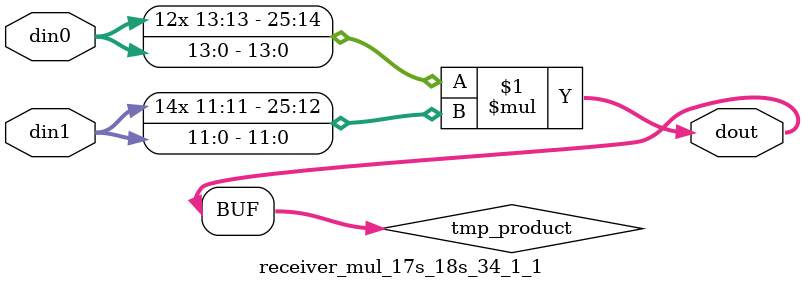
<source format=v>

`timescale 1 ns / 1 ps

  module receiver_mul_17s_18s_34_1_1(din0, din1, dout);
parameter ID = 1;
parameter NUM_STAGE = 0;
parameter din0_WIDTH = 14;
parameter din1_WIDTH = 12;
parameter dout_WIDTH = 26;

input [din0_WIDTH - 1 : 0] din0; 
input [din1_WIDTH - 1 : 0] din1; 
output [dout_WIDTH - 1 : 0] dout;

wire signed [dout_WIDTH - 1 : 0] tmp_product;













assign tmp_product = $signed(din0) * $signed(din1);








assign dout = tmp_product;







endmodule

</source>
